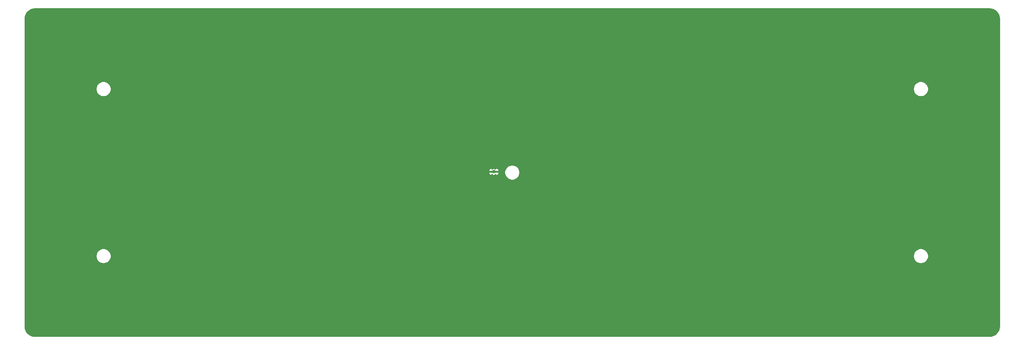
<source format=gbr>
G04 #@! TF.GenerationSoftware,KiCad,Pcbnew,5.1.9*
G04 #@! TF.CreationDate,2021-03-20T02:04:08-07:00*
G04 #@! TF.ProjectId,base,62617365-2e6b-4696-9361-645f70636258,rev?*
G04 #@! TF.SameCoordinates,Original*
G04 #@! TF.FileFunction,Copper,L1,Top*
G04 #@! TF.FilePolarity,Positive*
%FSLAX46Y46*%
G04 Gerber Fmt 4.6, Leading zero omitted, Abs format (unit mm)*
G04 Created by KiCad (PCBNEW 5.1.9) date 2021-03-20 02:04:08*
%MOMM*%
%LPD*%
G01*
G04 APERTURE LIST*
G04 #@! TA.AperFunction,ViaPad*
%ADD10C,0.800000*%
G04 #@! TD*
G04 #@! TA.AperFunction,Conductor*
%ADD11C,0.250000*%
G04 #@! TD*
G04 #@! TA.AperFunction,Conductor*
%ADD12C,0.254000*%
G04 #@! TD*
G04 #@! TA.AperFunction,Conductor*
%ADD13C,0.100000*%
G04 #@! TD*
G04 APERTURE END LIST*
G04 #@! TA.AperFunction,SMDPad,CuDef*
G36*
G01*
X156635000Y-62930000D02*
X156635000Y-62730000D01*
G75*
G02*
X156735000Y-62630000I100000J0D01*
G01*
X156995000Y-62630000D01*
G75*
G02*
X157095000Y-62730000I0J-100000D01*
G01*
X157095000Y-62930000D01*
G75*
G02*
X156995000Y-63030000I-100000J0D01*
G01*
X156735000Y-63030000D01*
G75*
G02*
X156635000Y-62930000I0J100000D01*
G01*
G37*
G04 #@! TD.AperFunction*
G04 #@! TA.AperFunction,SMDPad,CuDef*
G36*
G01*
X155995000Y-62930000D02*
X155995000Y-62730000D01*
G75*
G02*
X156095000Y-62630000I100000J0D01*
G01*
X156355000Y-62630000D01*
G75*
G02*
X156455000Y-62730000I0J-100000D01*
G01*
X156455000Y-62930000D01*
G75*
G02*
X156355000Y-63030000I-100000J0D01*
G01*
X156095000Y-63030000D01*
G75*
G02*
X155995000Y-62930000I0J100000D01*
G01*
G37*
G04 #@! TD.AperFunction*
D10*
X156555000Y-62830000D03*
D11*
X156225000Y-62830000D02*
X156555000Y-62830000D01*
D12*
X269464255Y-25781594D02*
X269886781Y-25909162D01*
X270276482Y-26116369D01*
X270618513Y-26395324D01*
X270899849Y-26735399D01*
X271109771Y-27123644D01*
X271240285Y-27545265D01*
X271290000Y-28018274D01*
X271290001Y-97964043D01*
X271243406Y-98439255D01*
X271115838Y-98861781D01*
X270908631Y-99251482D01*
X270629676Y-99593513D01*
X270289601Y-99874849D01*
X269901356Y-100084771D01*
X269479737Y-100215285D01*
X269006726Y-100265000D01*
X52460947Y-100265000D01*
X51985745Y-100218406D01*
X51563219Y-100090838D01*
X51173518Y-99883631D01*
X50831487Y-99604676D01*
X50550151Y-99264601D01*
X50340229Y-98876356D01*
X50209715Y-98454737D01*
X50160000Y-97981726D01*
X50160000Y-81829117D01*
X66240000Y-81829117D01*
X66240000Y-82170883D01*
X66306675Y-82506081D01*
X66437463Y-82821831D01*
X66627337Y-83105998D01*
X66869002Y-83347663D01*
X67153169Y-83537537D01*
X67468919Y-83668325D01*
X67804117Y-83735000D01*
X68145883Y-83735000D01*
X68481081Y-83668325D01*
X68796831Y-83537537D01*
X69080998Y-83347663D01*
X69322663Y-83105998D01*
X69512537Y-82821831D01*
X69643325Y-82506081D01*
X69710000Y-82170883D01*
X69710000Y-81829117D01*
X251740000Y-81829117D01*
X251740000Y-82170883D01*
X251806675Y-82506081D01*
X251937463Y-82821831D01*
X252127337Y-83105998D01*
X252369002Y-83347663D01*
X252653169Y-83537537D01*
X252968919Y-83668325D01*
X253304117Y-83735000D01*
X253645883Y-83735000D01*
X253981081Y-83668325D01*
X254296831Y-83537537D01*
X254580998Y-83347663D01*
X254822663Y-83105998D01*
X255012537Y-82821831D01*
X255143325Y-82506081D01*
X255210000Y-82170883D01*
X255210000Y-81829117D01*
X255143325Y-81493919D01*
X255012537Y-81178169D01*
X254822663Y-80894002D01*
X254580998Y-80652337D01*
X254296831Y-80462463D01*
X253981081Y-80331675D01*
X253645883Y-80265000D01*
X253304117Y-80265000D01*
X252968919Y-80331675D01*
X252653169Y-80462463D01*
X252369002Y-80652337D01*
X252127337Y-80894002D01*
X251937463Y-81178169D01*
X251806675Y-81493919D01*
X251740000Y-81829117D01*
X69710000Y-81829117D01*
X69643325Y-81493919D01*
X69512537Y-81178169D01*
X69322663Y-80894002D01*
X69080998Y-80652337D01*
X68796831Y-80462463D01*
X68481081Y-80331675D01*
X68145883Y-80265000D01*
X67804117Y-80265000D01*
X67468919Y-80331675D01*
X67153169Y-80462463D01*
X66869002Y-80652337D01*
X66627337Y-80894002D01*
X66437463Y-81178169D01*
X66306675Y-81493919D01*
X66240000Y-81829117D01*
X50160000Y-81829117D01*
X50160000Y-63061750D01*
X155360000Y-63061750D01*
X155373059Y-63172567D01*
X155412823Y-63291163D01*
X155474960Y-63399722D01*
X155557081Y-63494072D01*
X155656032Y-63570589D01*
X155768009Y-63626331D01*
X155888709Y-63659157D01*
X155963250Y-63665000D01*
X156122000Y-63506250D01*
X156122000Y-63407810D01*
X156197081Y-63494072D01*
X156296032Y-63570589D01*
X156408009Y-63626331D01*
X156463050Y-63641300D01*
X156486750Y-63665000D01*
X156545000Y-63660434D01*
X156603250Y-63665000D01*
X156626950Y-63641300D01*
X156681991Y-63626331D01*
X156793968Y-63570589D01*
X156892919Y-63494072D01*
X156968000Y-63407810D01*
X156968000Y-63506250D01*
X157126750Y-63665000D01*
X157201291Y-63659157D01*
X157321991Y-63626331D01*
X157433968Y-63570589D01*
X157532919Y-63494072D01*
X157615040Y-63399722D01*
X157677177Y-63291163D01*
X157716941Y-63172567D01*
X157730000Y-63061750D01*
X157571250Y-62903000D01*
X156968000Y-62903000D01*
X156968000Y-62939750D01*
X156931250Y-62903000D01*
X156158750Y-62903000D01*
X156122000Y-62939750D01*
X156122000Y-62903000D01*
X155518750Y-62903000D01*
X155360000Y-63061750D01*
X50160000Y-63061750D01*
X50160000Y-62829117D01*
X158990000Y-62829117D01*
X158990000Y-63170883D01*
X159056675Y-63506081D01*
X159187463Y-63821831D01*
X159377337Y-64105998D01*
X159619002Y-64347663D01*
X159903169Y-64537537D01*
X160218919Y-64668325D01*
X160554117Y-64735000D01*
X160895883Y-64735000D01*
X161231081Y-64668325D01*
X161546831Y-64537537D01*
X161830998Y-64347663D01*
X162072663Y-64105998D01*
X162262537Y-63821831D01*
X162393325Y-63506081D01*
X162460000Y-63170883D01*
X162460000Y-62829117D01*
X162393325Y-62493919D01*
X162262537Y-62178169D01*
X162072663Y-61894002D01*
X161830998Y-61652337D01*
X161546831Y-61462463D01*
X161231081Y-61331675D01*
X160895883Y-61265000D01*
X160554117Y-61265000D01*
X160218919Y-61331675D01*
X159903169Y-61462463D01*
X159619002Y-61652337D01*
X159377337Y-61894002D01*
X159187463Y-62178169D01*
X159056675Y-62493919D01*
X158990000Y-62829117D01*
X50160000Y-62829117D01*
X50160000Y-62598250D01*
X155360000Y-62598250D01*
X155518750Y-62757000D01*
X156122000Y-62757000D01*
X156122000Y-62720250D01*
X156158750Y-62757000D01*
X156931250Y-62757000D01*
X156968000Y-62720250D01*
X156968000Y-62757000D01*
X157571250Y-62757000D01*
X157730000Y-62598250D01*
X157716941Y-62487433D01*
X157677177Y-62368837D01*
X157615040Y-62260278D01*
X157532919Y-62165928D01*
X157433968Y-62089411D01*
X157321991Y-62033669D01*
X157201291Y-62000843D01*
X157126750Y-61995000D01*
X156968000Y-62153750D01*
X156968000Y-62252190D01*
X156892919Y-62165928D01*
X156793968Y-62089411D01*
X156681991Y-62033669D01*
X156626950Y-62018700D01*
X156603250Y-61995000D01*
X156545000Y-61999566D01*
X156486750Y-61995000D01*
X156463050Y-62018700D01*
X156408009Y-62033669D01*
X156296032Y-62089411D01*
X156197081Y-62165928D01*
X156122000Y-62252190D01*
X156122000Y-62153750D01*
X155963250Y-61995000D01*
X155888709Y-62000843D01*
X155768009Y-62033669D01*
X155656032Y-62089411D01*
X155557081Y-62165928D01*
X155474960Y-62260278D01*
X155412823Y-62368837D01*
X155373059Y-62487433D01*
X155360000Y-62598250D01*
X50160000Y-62598250D01*
X50160000Y-43829117D01*
X66240000Y-43829117D01*
X66240000Y-44170883D01*
X66306675Y-44506081D01*
X66437463Y-44821831D01*
X66627337Y-45105998D01*
X66869002Y-45347663D01*
X67153169Y-45537537D01*
X67468919Y-45668325D01*
X67804117Y-45735000D01*
X68145883Y-45735000D01*
X68481081Y-45668325D01*
X68796831Y-45537537D01*
X69080998Y-45347663D01*
X69322663Y-45105998D01*
X69512537Y-44821831D01*
X69643325Y-44506081D01*
X69710000Y-44170883D01*
X69710000Y-43829117D01*
X251740000Y-43829117D01*
X251740000Y-44170883D01*
X251806675Y-44506081D01*
X251937463Y-44821831D01*
X252127337Y-45105998D01*
X252369002Y-45347663D01*
X252653169Y-45537537D01*
X252968919Y-45668325D01*
X253304117Y-45735000D01*
X253645883Y-45735000D01*
X253981081Y-45668325D01*
X254296831Y-45537537D01*
X254580998Y-45347663D01*
X254822663Y-45105998D01*
X255012537Y-44821831D01*
X255143325Y-44506081D01*
X255210000Y-44170883D01*
X255210000Y-43829117D01*
X255143325Y-43493919D01*
X255012537Y-43178169D01*
X254822663Y-42894002D01*
X254580998Y-42652337D01*
X254296831Y-42462463D01*
X253981081Y-42331675D01*
X253645883Y-42265000D01*
X253304117Y-42265000D01*
X252968919Y-42331675D01*
X252653169Y-42462463D01*
X252369002Y-42652337D01*
X252127337Y-42894002D01*
X251937463Y-43178169D01*
X251806675Y-43493919D01*
X251740000Y-43829117D01*
X69710000Y-43829117D01*
X69643325Y-43493919D01*
X69512537Y-43178169D01*
X69322663Y-42894002D01*
X69080998Y-42652337D01*
X68796831Y-42462463D01*
X68481081Y-42331675D01*
X68145883Y-42265000D01*
X67804117Y-42265000D01*
X67468919Y-42331675D01*
X67153169Y-42462463D01*
X66869002Y-42652337D01*
X66627337Y-42894002D01*
X66437463Y-43178169D01*
X66306675Y-43493919D01*
X66240000Y-43829117D01*
X50160000Y-43829117D01*
X50160000Y-28035947D01*
X50206594Y-27560745D01*
X50334162Y-27138219D01*
X50541369Y-26748518D01*
X50820324Y-26406487D01*
X51160399Y-26125151D01*
X51548644Y-25915229D01*
X51970265Y-25784715D01*
X52443274Y-25735000D01*
X268989053Y-25735000D01*
X269464255Y-25781594D01*
G04 #@! TA.AperFunction,Conductor*
D13*
G36*
X269464255Y-25781594D02*
G01*
X269886781Y-25909162D01*
X270276482Y-26116369D01*
X270618513Y-26395324D01*
X270899849Y-26735399D01*
X271109771Y-27123644D01*
X271240285Y-27545265D01*
X271290000Y-28018274D01*
X271290001Y-97964043D01*
X271243406Y-98439255D01*
X271115838Y-98861781D01*
X270908631Y-99251482D01*
X270629676Y-99593513D01*
X270289601Y-99874849D01*
X269901356Y-100084771D01*
X269479737Y-100215285D01*
X269006726Y-100265000D01*
X52460947Y-100265000D01*
X51985745Y-100218406D01*
X51563219Y-100090838D01*
X51173518Y-99883631D01*
X50831487Y-99604676D01*
X50550151Y-99264601D01*
X50340229Y-98876356D01*
X50209715Y-98454737D01*
X50160000Y-97981726D01*
X50160000Y-81829117D01*
X66240000Y-81829117D01*
X66240000Y-82170883D01*
X66306675Y-82506081D01*
X66437463Y-82821831D01*
X66627337Y-83105998D01*
X66869002Y-83347663D01*
X67153169Y-83537537D01*
X67468919Y-83668325D01*
X67804117Y-83735000D01*
X68145883Y-83735000D01*
X68481081Y-83668325D01*
X68796831Y-83537537D01*
X69080998Y-83347663D01*
X69322663Y-83105998D01*
X69512537Y-82821831D01*
X69643325Y-82506081D01*
X69710000Y-82170883D01*
X69710000Y-81829117D01*
X251740000Y-81829117D01*
X251740000Y-82170883D01*
X251806675Y-82506081D01*
X251937463Y-82821831D01*
X252127337Y-83105998D01*
X252369002Y-83347663D01*
X252653169Y-83537537D01*
X252968919Y-83668325D01*
X253304117Y-83735000D01*
X253645883Y-83735000D01*
X253981081Y-83668325D01*
X254296831Y-83537537D01*
X254580998Y-83347663D01*
X254822663Y-83105998D01*
X255012537Y-82821831D01*
X255143325Y-82506081D01*
X255210000Y-82170883D01*
X255210000Y-81829117D01*
X255143325Y-81493919D01*
X255012537Y-81178169D01*
X254822663Y-80894002D01*
X254580998Y-80652337D01*
X254296831Y-80462463D01*
X253981081Y-80331675D01*
X253645883Y-80265000D01*
X253304117Y-80265000D01*
X252968919Y-80331675D01*
X252653169Y-80462463D01*
X252369002Y-80652337D01*
X252127337Y-80894002D01*
X251937463Y-81178169D01*
X251806675Y-81493919D01*
X251740000Y-81829117D01*
X69710000Y-81829117D01*
X69643325Y-81493919D01*
X69512537Y-81178169D01*
X69322663Y-80894002D01*
X69080998Y-80652337D01*
X68796831Y-80462463D01*
X68481081Y-80331675D01*
X68145883Y-80265000D01*
X67804117Y-80265000D01*
X67468919Y-80331675D01*
X67153169Y-80462463D01*
X66869002Y-80652337D01*
X66627337Y-80894002D01*
X66437463Y-81178169D01*
X66306675Y-81493919D01*
X66240000Y-81829117D01*
X50160000Y-81829117D01*
X50160000Y-63061750D01*
X155360000Y-63061750D01*
X155373059Y-63172567D01*
X155412823Y-63291163D01*
X155474960Y-63399722D01*
X155557081Y-63494072D01*
X155656032Y-63570589D01*
X155768009Y-63626331D01*
X155888709Y-63659157D01*
X155963250Y-63665000D01*
X156122000Y-63506250D01*
X156122000Y-63407810D01*
X156197081Y-63494072D01*
X156296032Y-63570589D01*
X156408009Y-63626331D01*
X156463050Y-63641300D01*
X156486750Y-63665000D01*
X156545000Y-63660434D01*
X156603250Y-63665000D01*
X156626950Y-63641300D01*
X156681991Y-63626331D01*
X156793968Y-63570589D01*
X156892919Y-63494072D01*
X156968000Y-63407810D01*
X156968000Y-63506250D01*
X157126750Y-63665000D01*
X157201291Y-63659157D01*
X157321991Y-63626331D01*
X157433968Y-63570589D01*
X157532919Y-63494072D01*
X157615040Y-63399722D01*
X157677177Y-63291163D01*
X157716941Y-63172567D01*
X157730000Y-63061750D01*
X157571250Y-62903000D01*
X156968000Y-62903000D01*
X156968000Y-62939750D01*
X156931250Y-62903000D01*
X156158750Y-62903000D01*
X156122000Y-62939750D01*
X156122000Y-62903000D01*
X155518750Y-62903000D01*
X155360000Y-63061750D01*
X50160000Y-63061750D01*
X50160000Y-62829117D01*
X158990000Y-62829117D01*
X158990000Y-63170883D01*
X159056675Y-63506081D01*
X159187463Y-63821831D01*
X159377337Y-64105998D01*
X159619002Y-64347663D01*
X159903169Y-64537537D01*
X160218919Y-64668325D01*
X160554117Y-64735000D01*
X160895883Y-64735000D01*
X161231081Y-64668325D01*
X161546831Y-64537537D01*
X161830998Y-64347663D01*
X162072663Y-64105998D01*
X162262537Y-63821831D01*
X162393325Y-63506081D01*
X162460000Y-63170883D01*
X162460000Y-62829117D01*
X162393325Y-62493919D01*
X162262537Y-62178169D01*
X162072663Y-61894002D01*
X161830998Y-61652337D01*
X161546831Y-61462463D01*
X161231081Y-61331675D01*
X160895883Y-61265000D01*
X160554117Y-61265000D01*
X160218919Y-61331675D01*
X159903169Y-61462463D01*
X159619002Y-61652337D01*
X159377337Y-61894002D01*
X159187463Y-62178169D01*
X159056675Y-62493919D01*
X158990000Y-62829117D01*
X50160000Y-62829117D01*
X50160000Y-62598250D01*
X155360000Y-62598250D01*
X155518750Y-62757000D01*
X156122000Y-62757000D01*
X156122000Y-62720250D01*
X156158750Y-62757000D01*
X156931250Y-62757000D01*
X156968000Y-62720250D01*
X156968000Y-62757000D01*
X157571250Y-62757000D01*
X157730000Y-62598250D01*
X157716941Y-62487433D01*
X157677177Y-62368837D01*
X157615040Y-62260278D01*
X157532919Y-62165928D01*
X157433968Y-62089411D01*
X157321991Y-62033669D01*
X157201291Y-62000843D01*
X157126750Y-61995000D01*
X156968000Y-62153750D01*
X156968000Y-62252190D01*
X156892919Y-62165928D01*
X156793968Y-62089411D01*
X156681991Y-62033669D01*
X156626950Y-62018700D01*
X156603250Y-61995000D01*
X156545000Y-61999566D01*
X156486750Y-61995000D01*
X156463050Y-62018700D01*
X156408009Y-62033669D01*
X156296032Y-62089411D01*
X156197081Y-62165928D01*
X156122000Y-62252190D01*
X156122000Y-62153750D01*
X155963250Y-61995000D01*
X155888709Y-62000843D01*
X155768009Y-62033669D01*
X155656032Y-62089411D01*
X155557081Y-62165928D01*
X155474960Y-62260278D01*
X155412823Y-62368837D01*
X155373059Y-62487433D01*
X155360000Y-62598250D01*
X50160000Y-62598250D01*
X50160000Y-43829117D01*
X66240000Y-43829117D01*
X66240000Y-44170883D01*
X66306675Y-44506081D01*
X66437463Y-44821831D01*
X66627337Y-45105998D01*
X66869002Y-45347663D01*
X67153169Y-45537537D01*
X67468919Y-45668325D01*
X67804117Y-45735000D01*
X68145883Y-45735000D01*
X68481081Y-45668325D01*
X68796831Y-45537537D01*
X69080998Y-45347663D01*
X69322663Y-45105998D01*
X69512537Y-44821831D01*
X69643325Y-44506081D01*
X69710000Y-44170883D01*
X69710000Y-43829117D01*
X251740000Y-43829117D01*
X251740000Y-44170883D01*
X251806675Y-44506081D01*
X251937463Y-44821831D01*
X252127337Y-45105998D01*
X252369002Y-45347663D01*
X252653169Y-45537537D01*
X252968919Y-45668325D01*
X253304117Y-45735000D01*
X253645883Y-45735000D01*
X253981081Y-45668325D01*
X254296831Y-45537537D01*
X254580998Y-45347663D01*
X254822663Y-45105998D01*
X255012537Y-44821831D01*
X255143325Y-44506081D01*
X255210000Y-44170883D01*
X255210000Y-43829117D01*
X255143325Y-43493919D01*
X255012537Y-43178169D01*
X254822663Y-42894002D01*
X254580998Y-42652337D01*
X254296831Y-42462463D01*
X253981081Y-42331675D01*
X253645883Y-42265000D01*
X253304117Y-42265000D01*
X252968919Y-42331675D01*
X252653169Y-42462463D01*
X252369002Y-42652337D01*
X252127337Y-42894002D01*
X251937463Y-43178169D01*
X251806675Y-43493919D01*
X251740000Y-43829117D01*
X69710000Y-43829117D01*
X69643325Y-43493919D01*
X69512537Y-43178169D01*
X69322663Y-42894002D01*
X69080998Y-42652337D01*
X68796831Y-42462463D01*
X68481081Y-42331675D01*
X68145883Y-42265000D01*
X67804117Y-42265000D01*
X67468919Y-42331675D01*
X67153169Y-42462463D01*
X66869002Y-42652337D01*
X66627337Y-42894002D01*
X66437463Y-43178169D01*
X66306675Y-43493919D01*
X66240000Y-43829117D01*
X50160000Y-43829117D01*
X50160000Y-28035947D01*
X50206594Y-27560745D01*
X50334162Y-27138219D01*
X50541369Y-26748518D01*
X50820324Y-26406487D01*
X51160399Y-26125151D01*
X51548644Y-25915229D01*
X51970265Y-25784715D01*
X52443274Y-25735000D01*
X268989053Y-25735000D01*
X269464255Y-25781594D01*
G37*
G04 #@! TD.AperFunction*
M02*

</source>
